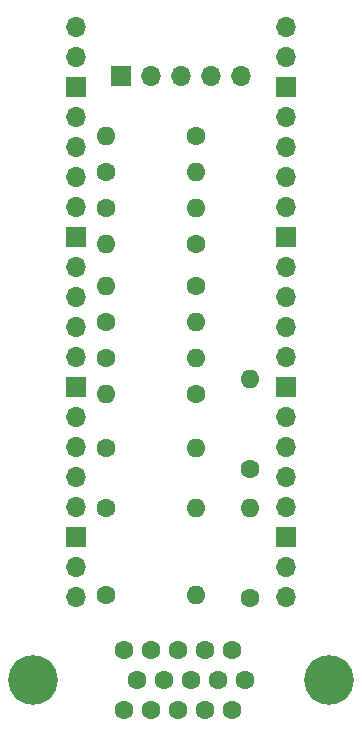
<source format=gbr>
%TF.GenerationSoftware,KiCad,Pcbnew,(6.0.11)*%
%TF.CreationDate,2023-02-12T19:00:00-06:00*%
%TF.ProjectId,video_if_ql_vga,76696465-6f5f-4696-965f-716c5f766761,v1.0*%
%TF.SameCoordinates,Original*%
%TF.FileFunction,Soldermask,Bot*%
%TF.FilePolarity,Negative*%
%FSLAX46Y46*%
G04 Gerber Fmt 4.6, Leading zero omitted, Abs format (unit mm)*
G04 Created by KiCad (PCBNEW (6.0.11)) date 2023-02-12 19:00:00*
%MOMM*%
%LPD*%
G01*
G04 APERTURE LIST*
%ADD10C,1.600000*%
%ADD11O,1.600000X1.600000*%
%ADD12C,4.200400*%
%ADD13C,1.600200*%
%ADD14R,1.700000X1.700000*%
%ADD15O,1.700000X1.700000*%
G04 APERTURE END LIST*
D10*
%TO.C,R11*%
X135890000Y-87884000D03*
D11*
X143510000Y-87884000D03*
%TD*%
D10*
%TO.C,R10*%
X143510000Y-90932000D03*
D11*
X135890000Y-90932000D03*
%TD*%
D10*
%TO.C,R9*%
X143510000Y-81788000D03*
D11*
X135890000Y-81788000D03*
%TD*%
D10*
%TO.C,R12*%
X148082000Y-108204000D03*
D11*
X148082000Y-100584000D03*
%TD*%
D10*
%TO.C,R6*%
X143510000Y-78232000D03*
D11*
X135890000Y-78232000D03*
%TD*%
D10*
%TO.C,R13*%
X148082000Y-97282000D03*
D11*
X148082000Y-89662000D03*
%TD*%
D10*
%TO.C,R1*%
X135890000Y-95504000D03*
D11*
X143510000Y-95504000D03*
%TD*%
D10*
%TO.C,R3*%
X135890000Y-107950000D03*
D11*
X143510000Y-107950000D03*
%TD*%
D10*
%TO.C,R2*%
X135890000Y-100584000D03*
D11*
X143510000Y-100584000D03*
%TD*%
D10*
%TO.C,R4*%
X135890000Y-72136000D03*
D11*
X143510000Y-72136000D03*
%TD*%
D12*
%TO.C,J2*%
X129770400Y-115170000D03*
X154760400Y-115170000D03*
D13*
X146595399Y-112630000D03*
X144305401Y-112630000D03*
X142015400Y-112630000D03*
X139725400Y-112630000D03*
X137435400Y-112630000D03*
X147704899Y-115170000D03*
X145414901Y-115170000D03*
X143124900Y-115170000D03*
X140834900Y-115170000D03*
X138544899Y-115170000D03*
X146595399Y-117710000D03*
X144305401Y-117710000D03*
X142015400Y-117710000D03*
X139725400Y-117710000D03*
X137435400Y-117710000D03*
%TD*%
D14*
%TO.C,J1*%
X137215000Y-64000000D03*
D15*
X139755000Y-64000000D03*
X142295000Y-64000000D03*
X144835000Y-64000000D03*
X147375000Y-64000000D03*
%TD*%
D10*
%TO.C,R5*%
X143510000Y-69088000D03*
D11*
X135890000Y-69088000D03*
%TD*%
D15*
%TO.C,U1*%
X133400000Y-59900000D03*
X133400000Y-62440000D03*
D14*
X133400000Y-64980000D03*
D15*
X133400000Y-67520000D03*
X133400000Y-70060000D03*
X133400000Y-72600000D03*
X133400000Y-75140000D03*
D14*
X133400000Y-77680000D03*
D15*
X133400000Y-80220000D03*
X133400000Y-82760000D03*
X133400000Y-85300000D03*
X133400000Y-87840000D03*
D14*
X133400000Y-90380000D03*
D15*
X133400000Y-92920000D03*
X133400000Y-95460000D03*
X133400000Y-98000000D03*
X133400000Y-100540000D03*
D14*
X133400000Y-103080000D03*
D15*
X133400000Y-105620000D03*
X133400000Y-108160000D03*
X151180000Y-108160000D03*
X151180000Y-105620000D03*
D14*
X151180000Y-103080000D03*
D15*
X151180000Y-100540000D03*
X151180000Y-98000000D03*
X151180000Y-95460000D03*
X151180000Y-92920000D03*
D14*
X151180000Y-90380000D03*
D15*
X151180000Y-87840000D03*
X151180000Y-85300000D03*
X151180000Y-82760000D03*
X151180000Y-80220000D03*
D14*
X151180000Y-77680000D03*
D15*
X151180000Y-75140000D03*
X151180000Y-72600000D03*
X151180000Y-70060000D03*
X151180000Y-67520000D03*
D14*
X151180000Y-64980000D03*
D15*
X151180000Y-62440000D03*
X151180000Y-59900000D03*
%TD*%
D10*
%TO.C,R7*%
X135890000Y-75184000D03*
D11*
X143510000Y-75184000D03*
%TD*%
D10*
%TO.C,R8*%
X135890000Y-84836000D03*
D11*
X143510000Y-84836000D03*
%TD*%
M02*

</source>
